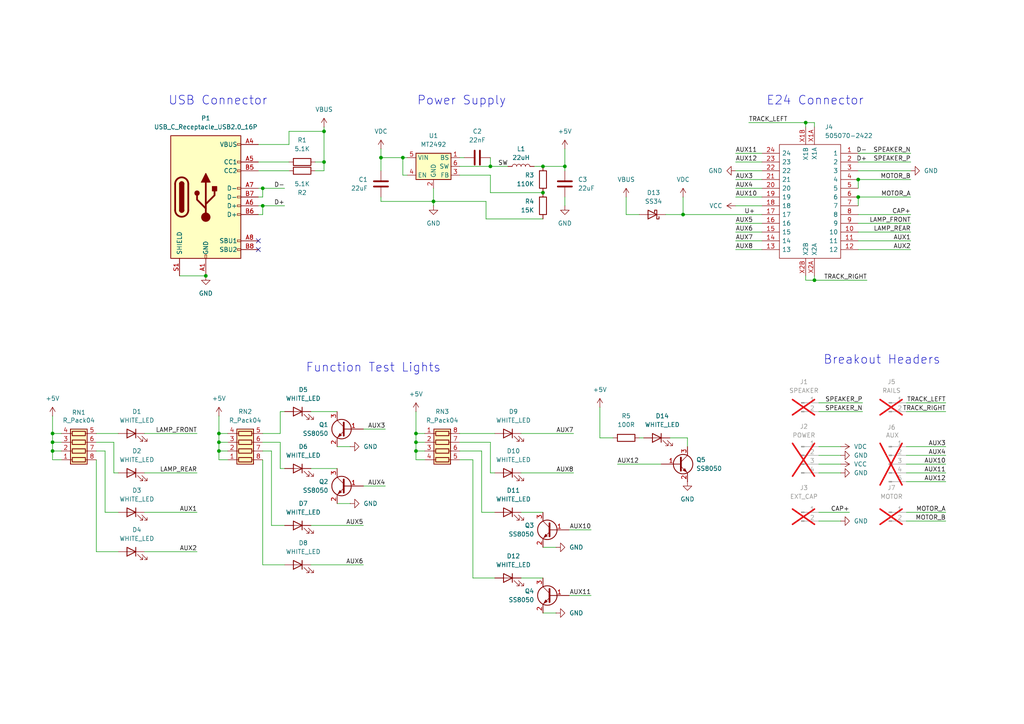
<source format=kicad_sch>
(kicad_sch (version 20250114) (generator "eeschema") (generator_version "9.0")
  (paper "A4")
  (title_block (date "2025-06-18") (rev "v0.3.2"))
  (lib_symbols
    (symbol "rp24-usb-tester:+5V" (power) (pin_numbers (hide yes)) (pin_names (offset 0) (hide yes))
      (property "Value" "+5V" (at 0 3.556 0))
      (symbol "+5V_0_1"
        (polyline (pts (xy -0.762 1.27) (xy 0 2.54)))
        (polyline (pts (xy 0 2.54) (xy 0.762 1.27)))
        (polyline (pts (xy 0 0) (xy 0 2.54)))
      )
      (symbol "+5V_1_1"
        (pin power_in line (at 0 0 90) (length 0) (name "~") (number "1"))
      )
    )
    (symbol "rp24-usb-tester:505070-2422" (pin_names (offset 0.762))
      (property "Reference" "J" (at 39.37 12.7 0))
      (property "Value" "505070-2422" (at 39.37 10.16 0))
      (symbol "505070-2422_0_1"
        (polyline (pts (xy 5.08 7.62) (xy 38.1 7.62) (xy 38.1 -10.16) (xy 5.08 -10.16) (xy 5.08 7.62)) (stroke (width 0.1524)))
      )
      (symbol "505070-2422_1_0"
        (pin passive line (at 0 0 0) (length 5.08) (name "X1A") (number "X1A"))
        (pin passive line (at 0 -2.54 0) (length 5.08) (name "X1B") (number "X1B"))
        (pin passive line (at 7.62 12.7 270) (length 5.08) (name "1") (number "1"))
        (pin passive line (at 7.62 -15.24 90) (length 5.08) (name "24") (number "24"))
        (pin passive line (at 10.16 12.7 270) (length 5.08) (name "2") (number "2"))
        (pin passive line (at 10.16 -15.24 90) (length 5.08) (name "23") (number "23"))
        (pin passive line (at 12.7 12.7 270) (length 5.08) (name "3") (number "3"))
        (pin passive line (at 12.7 -15.24 90) (length 5.08) (name "22") (number "22"))
        (pin passive line (at 15.24 12.7 270) (length 5.08) (name "4") (number "4"))
        (pin passive line (at 15.24 -15.24 90) (length 5.08) (name "21") (number "21"))
        (pin passive line (at 17.78 12.7 270) (length 5.08) (name "5") (number "5"))
        (pin passive line (at 17.78 -15.24 90) (length 5.08) (name "20") (number "20"))
        (pin passive line (at 20.32 12.7 270) (length 5.08) (name "6") (number "6"))
        (pin passive line (at 20.32 -15.24 90) (length 5.08) (name "19") (number "19"))
        (pin passive line (at 22.86 12.7 270) (length 5.08) (name "7") (number "7"))
        (pin passive line (at 22.86 -15.24 90) (length 5.08) (name "18") (number "18"))
        (pin passive line (at 25.4 12.7 270) (length 5.08) (name "8") (number "8"))
        (pin passive line (at 25.4 -15.24 90) (length 5.08) (name "17") (number "17"))
        (pin passive line (at 27.94 12.7 270) (length 5.08) (name "9") (number "9"))
        (pin passive line (at 27.94 -15.24 90) (length 5.08) (name "16") (number "16"))
        (pin passive line (at 30.48 12.7 270) (length 5.08) (name "10") (number "10"))
        (pin passive line (at 30.48 -15.24 90) (length 5.08) (name "15") (number "15"))
        (pin passive line (at 33.02 12.7 270) (length 5.08) (name "11") (number "11"))
        (pin passive line (at 33.02 -15.24 90) (length 5.08) (name "14") (number "14"))
        (pin passive line (at 35.56 12.7 270) (length 5.08) (name "12") (number "12"))
        (pin passive line (at 35.56 -15.24 90) (length 5.08) (name "13") (number "13"))
        (pin passive line (at 43.18 0 180) (length 5.08) (name "X2A") (number "X2A"))
        (pin passive line (at 43.18 -2.54 180) (length 5.08) (name "X2B") (number "X2B"))
      )
    )
    (symbol "rp24-usb-tester:C" (pin_numbers (hide yes)) (pin_names (offset 0.254))
      (property "Reference" "C" (at 0.635 2.54 0))
      (property "Value" "C" (at 0.635 -2.54 0))
      (symbol "C_0_1"
        (polyline (pts (xy -2.032 0.762) (xy 2.032 0.762)) (stroke (width 0.508)))
        (polyline (pts (xy -2.032 -0.762) (xy 2.032 -0.762)) (stroke (width 0.508)))
      )
      (symbol "C_1_1"
        (pin passive line (at 0 3.81 270) (length 2.794) (name "~") (number "1"))
        (pin passive line (at 0 -3.81 90) (length 2.794) (name "~") (number "2"))
      )
    )
    (symbol "rp24-usb-tester:Conn_01x02_Pin" (pin_names (offset 1.016) (hide yes))
      (property "Reference" "J" (at 0 2.54 0))
      (property "Value" "Conn_01x02_Pin" (at 0 -5.08 0))
      (symbol "Conn_01x02_Pin_1_1"
        (rectangle (start 0.8636 0.127) (end 0 -0.127) (stroke (width 0.1524)) (fill (type outline)))
        (rectangle (start 0.8636 -2.413) (end 0 -2.667) (stroke (width 0.1524)) (fill (type outline)))
        (polyline (pts (xy 1.27 0) (xy 0.8636 0)) (stroke (width 0.1524)))
        (polyline (pts (xy 1.27 -2.54) (xy 0.8636 -2.54)) (stroke (width 0.1524)))
        (pin passive line (at 5.08 0 180) (length 3.81) (name "Pin_1") (number "1"))
        (pin passive line (at 5.08 -2.54 180) (length 3.81) (name "Pin_2") (number "2"))
      )
    )
    (symbol "rp24-usb-tester:Conn_01x04_Pin" (pin_names (offset 1.016) (hide yes))
      (property "Reference" "J" (at 0 5.08 0))
      (property "Value" "Conn_01x04_Pin" (at 0 -7.62 0))
      (symbol "Conn_01x04_Pin_1_1"
        (rectangle (start 0.8636 2.667) (end 0 2.413) (stroke (width 0.1524)) (fill (type outline)))
        (rectangle (start 0.8636 0.127) (end 0 -0.127) (stroke (width 0.1524)) (fill (type outline)))
        (rectangle (start 0.8636 -2.413) (end 0 -2.667) (stroke (width 0.1524)) (fill (type outline)))
        (rectangle (start 0.8636 -4.953) (end 0 -5.207) (stroke (width 0.1524)) (fill (type outline)))
        (polyline (pts (xy 1.27 2.54) (xy 0.8636 2.54)) (stroke (width 0.1524)))
        (polyline (pts (xy 1.27 0) (xy 0.8636 0)) (stroke (width 0.1524)))
        (polyline (pts (xy 1.27 -2.54) (xy 0.8636 -2.54)) (stroke (width 0.1524)))
        (polyline (pts (xy 1.27 -5.08) (xy 0.8636 -5.08)) (stroke (width 0.1524)))
        (pin passive line (at 5.08 2.54 180) (length 3.81) (name "Pin_1") (number "1"))
        (pin passive line (at 5.08 0 180) (length 3.81) (name "Pin_2") (number "2"))
        (pin passive line (at 5.08 -2.54 180) (length 3.81) (name "Pin_3") (number "3"))
        (pin passive line (at 5.08 -5.08 180) (length 3.81) (name "Pin_4") (number "4"))
      )
    )
    (symbol "rp24-usb-tester:Conn_01x05_Pin" (pin_names (offset 1.016) (hide yes))
      (property "Reference" "J" (at 0 7.62 0))
      (property "Value" "Conn_01x05_Pin" (at 0 -7.62 0))
      (symbol "Conn_01x05_Pin_1_1"
        (rectangle (start 0.8636 5.207) (end 0 4.953) (stroke (width 0.1524)) (fill (type outline)))
        (rectangle (start 0.8636 2.667) (end 0 2.413) (stroke (width 0.1524)) (fill (type outline)))
        (rectangle (start 0.8636 0.127) (end 0 -0.127) (stroke (width 0.1524)) (fill (type outline)))
        (rectangle (start 0.8636 -2.413) (end 0 -2.667) (stroke (width 0.1524)) (fill (type outline)))
        (rectangle (start 0.8636 -4.953) (end 0 -5.207) (stroke (width 0.1524)) (fill (type outline)))
        (polyline (pts (xy 1.27 5.08) (xy 0.8636 5.08)) (stroke (width 0.1524)))
        (polyline (pts (xy 1.27 2.54) (xy 0.8636 2.54)) (stroke (width 0.1524)))
        (polyline (pts (xy 1.27 0) (xy 0.8636 0)) (stroke (width 0.1524)))
        (polyline (pts (xy 1.27 -2.54) (xy 0.8636 -2.54)) (stroke (width 0.1524)))
        (polyline (pts (xy 1.27 -5.08) (xy 0.8636 -5.08)) (stroke (width 0.1524)))
        (pin passive line (at 5.08 5.08 180) (length 3.81) (name "Pin_1") (number "1"))
        (pin passive line (at 5.08 2.54 180) (length 3.81) (name "Pin_2") (number "2"))
        (pin passive line (at 5.08 0 180) (length 3.81) (name "Pin_3") (number "3"))
        (pin passive line (at 5.08 -2.54 180) (length 3.81) (name "Pin_4") (number "4"))
        (pin passive line (at 5.08 -5.08 180) (length 3.81) (name "Pin_5") (number "5"))
      )
    )
    (symbol "rp24-usb-tester:GND" (power) (pin_numbers (hide yes)) (pin_names (offset 0) (hide yes))
      (property "Value" "GND" (at 0 -3.81 0))
      (symbol "GND_0_1"
        (polyline (pts (xy 0 0) (xy 0 -1.27) (xy 1.27 -1.27) (xy 0 -2.54) (xy -1.27 -1.27) (xy 0 -1.27)))
      )
      (symbol "GND_1_1"
        (pin power_in line (at 0 0 270) (length 0) (name "~") (number "1"))
      )
    )
    (symbol "rp24-usb-tester:L" (pin_numbers (hide yes)) (pin_names (offset 1.016) (hide yes))
      (property "Reference" "L" (at -1.27 0 90))
      (property "Value" "L" (at 1.905 0 90))
      (symbol "L_0_1"
        (arc (start 0 2.54) (mid 0.6323 1.905) (end 0 1.27))
        (arc (start 0 1.27) (mid 0.6323 0.635) (end 0 0))
        (arc (start 0 0) (mid 0.6323 -0.635) (end 0 -1.27))
        (arc (start 0 -1.27) (mid 0.6323 -1.905) (end 0 -2.54))
      )
      (symbol "L_1_1"
        (pin passive line (at 0 3.81 270) (length 1.27) (name "1") (number "1"))
        (pin passive line (at 0 -3.81 90) (length 1.27) (name "2") (number "2"))
      )
    )
    (symbol "rp24-usb-tester:LED" (pin_numbers (hide yes)) (pin_names (offset 1.016) (hide yes))
      (property "Reference" "D" (at 0 2.54 0))
      (property "Value" "LED" (at 0 -2.54 0))
      (symbol "LED_0_1"
        (polyline (pts (xy -3.048 -0.762) (xy -4.572 -2.286) (xy -3.81 -2.286) (xy -4.572 -2.286) (xy -4.572 -1.524)))
        (polyline (pts (xy -1.778 -0.762) (xy -3.302 -2.286) (xy -2.54 -2.286) (xy -3.302 -2.286) (xy -3.302 -1.524)))
        (polyline (pts (xy -1.27 0) (xy 1.27 0)))
        (polyline (pts (xy -1.27 -1.27) (xy -1.27 1.27)) (stroke (width 0.254)))
        (polyline (pts (xy 1.27 -1.27) (xy 1.27 1.27) (xy -1.27 0) (xy 1.27 -1.27)) (stroke (width 0.254)))
      )
      (symbol "LED_1_1"
        (pin passive line (at -3.81 0 0) (length 2.54) (name "K") (number "1"))
        (pin passive line (at 3.81 0 180) (length 2.54) (name "A") (number "2"))
      )
    )
    (symbol "rp24-usb-tester:MT2492"
      (property "Reference" "U" (at -5.334 5.08 0))
      (property "Value" "MT2492" (at -2.032 5.08 0))
      (symbol "MT2492_0_1"
        (rectangle (start -5.08 3.81) (end 5.08 -3.81) (stroke (width 0.254)) (fill (type background)))
      )
      (symbol "MT2492_1_1"
        (pin power_in line (at -7.62 2.54 0) (length 2.54) (name "VIN") (number "5"))
        (pin input line (at -7.62 -2.54 0) (length 2.54) (name "EN") (number "4"))
        (pin power_in line (at 0 -6.35 90) (length 2.54) (name "GND") (number "2"))
        (pin input line (at 7.62 2.54 180) (length 2.54) (name "BS") (number "1"))
        (pin output line (at 7.62 0 180) (length 2.54) (name "SW") (number "6"))
        (pin input line (at 7.62 -2.54 180) (length 2.54) (name "FB") (number "3"))
      )
    )
    (symbol "rp24-usb-tester:R" (pin_numbers (hide yes)) (pin_names (offset 0))
      (property "Reference" "R" (at 2.032 0 90))
      (property "Value" "R" (at 0 0 90))
      (symbol "R_0_1"
        (rectangle (start -1.016 -2.54) (end 1.016 2.54) (stroke (width 0.254)))
      )
      (symbol "R_1_1"
        (pin passive line (at 0 3.81 270) (length 1.27) (name "~") (number "1"))
        (pin passive line (at 0 -3.81 90) (length 1.27) (name "~") (number "2"))
      )
    )
    (symbol "rp24-usb-tester:R_Pack04" (pin_names (offset 0) (hide yes))
      (property "Reference" "RN" (at -7.62 0 90))
      (property "Value" "R_Pack04" (at 5.08 0 90))
      (symbol "R_Pack04_0_1"
        (rectangle (start -6.35 -2.413) (end 3.81 2.413) (stroke (width 0.254)) (fill (type background)))
        (rectangle (start -5.715 1.905) (end -4.445 -1.905) (stroke (width 0.254)))
        (polyline (pts (xy -5.08 1.905) (xy -5.08 2.54)))
        (polyline (pts (xy -5.08 -2.54) (xy -5.08 -1.905)))
        (rectangle (start -3.175 1.905) (end -1.905 -1.905) (stroke (width 0.254)))
        (polyline (pts (xy -2.54 1.905) (xy -2.54 2.54)))
        (polyline (pts (xy -2.54 -2.54) (xy -2.54 -1.905)))
        (rectangle (start -0.635 1.905) (end 0.635 -1.905) (stroke (width 0.254)))
        (polyline (pts (xy 0 1.905) (xy 0 2.54)))
        (polyline (pts (xy 0 -2.54) (xy 0 -1.905)))
        (rectangle (start 1.905 1.905) (end 3.175 -1.905) (stroke (width 0.254)))
        (polyline (pts (xy 2.54 1.905) (xy 2.54 2.54)))
        (polyline (pts (xy 2.54 -2.54) (xy 2.54 -1.905)))
      )
      (symbol "R_Pack04_1_1"
        (pin passive line (at -5.08 5.08 270) (length 2.54) (name "R1.2") (number "8"))
        (pin passive line (at -5.08 -5.08 90) (length 2.54) (name "R1.1") (number "1"))
        (pin passive line (at -2.54 5.08 270) (length 2.54) (name "R2.2") (number "7"))
        (pin passive line (at -2.54 -5.08 90) (length 2.54) (name "R2.1") (number "2"))
        (pin passive line (at 0 5.08 270) (length 2.54) (name "R3.2") (number "6"))
        (pin passive line (at 0 -5.08 90) (length 2.54) (name "R3.1") (number "3"))
        (pin passive line (at 2.54 5.08 270) (length 2.54) (name "R4.2") (number "5"))
        (pin passive line (at 2.54 -5.08 90) (length 2.54) (name "R4.1") (number "4"))
      )
    )
    (symbol "rp24-usb-tester:SS34" (pin_numbers (hide yes)) (pin_names (offset 1.016) (hide yes))
      (property "Reference" "D" (at 0 2.54 0))
      (property "Value" "SS34" (at 0 -2.54 0))
      (symbol "SS34_0_1"
        (polyline (pts (xy -1.905 0.635) (xy -1.905 1.27) (xy -1.27 1.27) (xy -1.27 -1.27) (xy -0.635 -1.27) (xy -0.635 -0.635)) (stroke (width 0.254)))
        (polyline (pts (xy 1.27 1.27) (xy 1.27 -1.27) (xy -1.27 0) (xy 1.27 1.27)) (stroke (width 0.254)))
        (polyline (pts (xy 1.27 0) (xy -1.27 0)))
      )
      (symbol "SS34_1_1"
        (pin passive line (at -3.81 0 0) (length 2.54) (name "K") (number "1"))
        (pin passive line (at 3.81 0 180) (length 2.54) (name "A") (number "2"))
      )
    )
    (symbol "rp24-usb-tester:SS8050" (pin_names (offset 0) (hide yes))
      (property "Reference" "Q" (at 5.08 1.905 0))
      (property "Value" "SS8050" (at 5.08 0 0))
      (symbol "SS8050_0_1"
        (polyline (pts (xy 0.635 1.905) (xy 0.635 -1.905) (xy 0.635 -1.905)) (stroke (width 0.508)))
        (polyline (pts (xy 0.635 0.635) (xy 2.54 2.54)))
        (polyline (pts (xy 0.635 -0.635) (xy 2.54 -2.54) (xy 2.54 -2.54)))
        (circle (center 1.27 0) (radius 2.8194) (stroke (width 0.254)))
        (polyline (pts (xy 1.27 -1.778) (xy 1.778 -1.27) (xy 2.286 -2.286) (xy 1.27 -1.778) (xy 1.27 -1.778)) (fill (type outline)))
      )
      (symbol "SS8050_1_1"
        (pin input line (at -5.08 0 0) (length 5.715) (name "B") (number "1"))
        (pin passive line (at 2.54 5.08 270) (length 2.54) (name "C") (number "3"))
        (pin passive line (at 2.54 -5.08 90) (length 2.54) (name "E") (number "2"))
      )
    )
    (symbol "rp24-usb-tester:USB_C_Receptacle_USB2.0_16P" (pin_names (offset 1.016))
      (property "Reference" "J" (at 0 22.225 0))
      (property "Value" "USB_C_Receptacle_USB2.0_16P" (at 0 19.685 0))
      (symbol "USB_C_Receptacle_USB2.0_16P_0_0"
        (rectangle (start -0.254 -17.78) (end 0.254 -16.764))
        (rectangle (start 10.16 15.494) (end 9.144 14.986))
        (rectangle (start 10.16 10.414) (end 9.144 9.906))
        (rectangle (start 10.16 7.874) (end 9.144 7.366))
        (rectangle (start 10.16 2.794) (end 9.144 2.286))
        (rectangle (start 10.16 0.254) (end 9.144 -0.254))
        (rectangle (start 10.16 -2.286) (end 9.144 -2.794))
        (rectangle (start 10.16 -4.826) (end 9.144 -5.334))
        (rectangle (start 10.16 -12.446) (end 9.144 -12.954))
        (rectangle (start 10.16 -14.986) (end 9.144 -15.494))
      )
      (symbol "USB_C_Receptacle_USB2.0_16P_0_1"
        (rectangle (start -10.16 17.78) (end 10.16 -17.78) (stroke (width 0.254)) (fill (type background)))
        (polyline (pts (xy -8.89 -3.81) (xy -8.89 3.81)) (stroke (width 0.508)))
        (rectangle (start -7.62 -3.81) (end -6.35 3.81) (stroke (width 0.254)) (fill (type outline)))
        (arc (start -7.62 3.81) (mid -6.985 4.4423) (end -6.35 3.81) (stroke (width 0.254)))
        (arc (start -7.62 3.81) (mid -6.985 4.4423) (end -6.35 3.81) (stroke (width 0.254)) (fill (type outline)))
        (arc (start -8.89 3.81) (mid -6.985 5.7067) (end -5.08 3.81) (stroke (width 0.508)))
        (arc (start -5.08 -3.81) (mid -6.985 -5.7067) (end -8.89 -3.81) (stroke (width 0.508)))
        (arc (start -6.35 -3.81) (mid -6.985 -4.4423) (end -7.62 -3.81) (stroke (width 0.254)))
        (arc (start -6.35 -3.81) (mid -6.985 -4.4423) (end -7.62 -3.81) (stroke (width 0.254)) (fill (type outline)))
        (polyline (pts (xy -5.08 3.81) (xy -5.08 -3.81)) (stroke (width 0.508)))
        (circle (center -2.54 1.143) (radius 0.635) (stroke (width 0.254)) (fill (type outline)))
        (polyline (pts (xy -1.27 4.318) (xy 0 6.858) (xy 1.27 4.318) (xy -1.27 4.318)) (stroke (width 0.254)) (fill (type outline)))
        (polyline (pts (xy 0 -2.032) (xy 2.54 0.508) (xy 2.54 1.778)) (stroke (width 0.508)))
        (polyline (pts (xy 0 -3.302) (xy -2.54 -0.762) (xy -2.54 0.508)) (stroke (width 0.508)))
        (polyline (pts (xy 0 -5.842) (xy 0 4.318)) (stroke (width 0.508)))
        (circle (center 0 -5.842) (radius 1.27) (fill (type outline)))
        (rectangle (start 1.905 1.778) (end 3.175 3.048) (stroke (width 0.254)) (fill (type outline)))
      )
      (symbol "USB_C_Receptacle_USB2.0_16P_1_1"
        (pin passive line (at -7.62 -22.86 90) (length 5.08) (name "SHIELD") (number "S1"))
        (pin passive line (at 0 -22.86 90) (length 5.08) (name "GND") (number "A1"))
        (pin passive line (at 0 -22.86 90) (length 5.08) (hide yes) (name "GND") (number "A12"))
        (pin passive line (at 0 -22.86 90) (length 5.08) (hide yes) (name "GND") (number "B1"))
        (pin passive line (at 0 -22.86 90) (length 5.08) (hide yes) (name "GND") (number "B12"))
        (pin passive line (at 15.24 15.24 180) (length 5.08) (name "VBUS") (number "A4"))
        (pin passive line (at 15.24 15.24 180) (length 5.08) (hide yes) (name "VBUS") (number "A9"))
        (pin passive line (at 15.24 15.24 180) (length 5.08) (hide yes) (name "VBUS") (number "B4"))
        (pin passive line (at 15.24 15.24 180) (length 5.08) (hide yes) (name "VBUS") (number "B9"))
        (pin bidirectional line (at 15.24 10.16 180) (length 5.08) (name "CC1") (number "A5"))
        (pin bidirectional line (at 15.24 7.62 180) (length 5.08) (name "CC2") (number "B5"))
        (pin bidirectional line (at 15.24 2.54 180) (length 5.08) (name "D-") (number "A7"))
        (pin bidirectional line (at 15.24 0 180) (length 5.08) (name "D-") (number "B7"))
        (pin bidirectional line (at 15.24 -2.54 180) (length 5.08) (name "D+") (number "A6"))
        (pin bidirectional line (at 15.24 -5.08 180) (length 5.08) (name "D+") (number "B6"))
        (pin bidirectional line (at 15.24 -12.7 180) (length 5.08) (name "SBU1") (number "A8"))
        (pin bidirectional line (at 15.24 -15.24 180) (length 5.08) (name "SBU2") (number "B8"))
      )
    )
    (symbol "rp24-usb-tester:VBUS" (power) (pin_numbers (hide yes)) (pin_names (offset 0) (hide yes))
      (property "Value" "VBUS" (at 0 3.556 0))
      (symbol "VBUS_0_1"
        (polyline (pts (xy -0.762 1.27) (xy 0 2.54)))
        (polyline (pts (xy 0 2.54) (xy 0.762 1.27)))
        (polyline (pts (xy 0 0) (xy 0 2.54)))
      )
      (symbol "VBUS_1_1"
        (pin power_in line (at 0 0 90) (length 0) (name "~") (number "1"))
      )
    )
    (symbol "rp24-usb-tester:VCC" (power) (pin_numbers (hide yes)) (pin_names (offset 0) (hide yes))
      (property "Value" "VCC" (at 0 3.556 0))
      (symbol "VCC_0_1"
        (polyline (pts (xy -0.762 1.27) (xy 0 2.54)))
        (polyline (pts (xy 0 2.54) (xy 0.762 1.27)))
        (polyline (pts (xy 0 0) (xy 0 2.54)))
      )
      (symbol "VCC_1_1"
        (pin power_in line (at 0 0 90) (length 0) (name "~") (number "1"))
      )
    )
    (symbol "rp24-usb-tester:VDC" (power) (pin_numbers (hide yes)) (pin_names (offset 0) (hide yes))
      (property "Value" "VDC" (at 0 3.556 0))
      (symbol "VDC_0_1"
        (polyline (pts (xy -0.762 1.27) (xy 0 2.54)))
        (polyline (pts (xy 0 2.54) (xy 0.762 1.27)))
        (polyline (pts (xy 0 0) (xy 0 2.54)))
      )
      (symbol "VDC_1_1"
        (pin power_in line (at 0 0 90) (length 0) (name "~") (number "1"))
      )
    )
  )
  (text "Function Test Lights" (at 88.646 108.204 0) (effects (font (size 2.54 2.54)) (justify left bottom)))
  (text "Breakout Headers" (at 238.76 105.918 0) (effects (font (size 2.54 2.54)) (justify left bottom)))
  (text "E24 Connector" (at 222.25 30.734 0) (effects (font (size 2.54 2.54)) (justify left bottom)))
  (text "Power Supply" (at 120.904 30.734 0) (effects (font (size 2.54 2.54)) (justify left bottom)))
  (text "USB Connector" (at 48.768 30.734 0) (effects (font (size 2.54 2.54)) (justify left bottom)))
  (junction (at 15.24 130.81))
  (junction (at 236.22 81.28))
  (junction (at 15.24 128.27))
  (junction (at 233.68 35.56))
  (junction (at 248.92 52.07))
  (junction (at 248.92 57.15))
  (junction (at 142.24 48.26))
  (junction (at 93.98 46.99))
  (junction (at 157.48 48.26))
  (junction (at 76.2 54.61))
  (junction (at 63.5 128.27))
  (junction (at 63.5 125.73))
  (junction (at 93.98 38.1))
  (junction (at 120.65 125.73))
  (junction (at 120.65 130.81))
  (junction (at 59.69 80.01))
  (junction (at 110.49 45.72))
  (junction (at 116.84 45.72))
  (junction (at 198.12 62.23))
  (junction (at 120.65 128.27))
  (junction (at 15.24 125.73))
  (junction (at 157.48 55.88))
  (junction (at 125.73 58.42))
  (junction (at 63.5 130.81))
  (junction (at 76.2 59.69))
  (junction (at 163.83 48.26))
  (no_connect (at 74.93 72.39))
  (no_connect (at 74.93 69.85))
  (wire (pts (xy 83.82 38.1) (xy 93.98 38.1)))
  (wire (pts (xy 81.28 119.38) (xy 81.28 125.73)))
  (wire (pts (xy 213.36 67.31) (xy 220.98 67.31)))
  (wire (pts (xy 264.16 67.31) (xy 248.92 67.31)))
  (wire (pts (xy 90.17 119.38) (xy 97.79 119.38)))
  (wire (pts (xy 15.24 130.81) (xy 15.24 133.35)))
  (wire (pts (xy 165.1 172.72) (xy 171.45 172.72)))
  (wire (pts (xy 233.68 36.83) (xy 233.68 35.56)))
  (wire (pts (xy 110.49 45.72) (xy 110.49 43.18)))
  (wire (pts (xy 264.16 64.77) (xy 248.92 64.77)))
  (wire (pts (xy 140.97 63.5) (xy 157.48 63.5)))
  (wire (pts (xy 262.89 151.13) (xy 274.32 151.13)))
  (wire (pts (xy 63.5 120.65) (xy 63.5 125.73)))
  (wire (pts (xy 41.91 137.16) (xy 57.15 137.16)))
  (wire (pts (xy 133.35 50.8) (xy 142.24 50.8)))
  (wire (pts (xy 30.48 130.81) (xy 30.48 148.59)))
  (wire (pts (xy 173.99 127) (xy 177.8 127)))
  (wire (pts (xy 213.36 59.69) (xy 220.98 59.69)))
  (wire (pts (xy 262.89 139.7) (xy 274.32 139.7)))
  (wire (pts (xy 101.6 146.05) (xy 97.79 146.05)))
  (wire (pts (xy 233.68 80.01) (xy 233.68 81.28)))
  (wire (pts (xy 78.74 130.81) (xy 78.74 152.4)))
  (wire (pts (xy 142.24 128.27) (xy 142.24 137.16)))
  (wire (pts (xy 213.36 46.99) (xy 220.98 46.99)))
  (wire (pts (xy 76.2 57.15) (xy 76.2 54.61)))
  (wire (pts (xy 81.28 128.27) (xy 81.28 135.89)))
  (wire (pts (xy 213.36 64.77) (xy 220.98 64.77)))
  (wire (pts (xy 17.78 128.27) (xy 15.24 128.27)))
  (wire (pts (xy 264.16 49.53) (xy 248.92 49.53)))
  (wire (pts (xy 74.93 57.15) (xy 76.2 57.15)))
  (wire (pts (xy 76.2 133.35) (xy 76.2 163.83)))
  (wire (pts (xy 262.89 132.08) (xy 274.32 132.08)))
  (wire (pts (xy 27.94 125.73) (xy 34.29 125.73)))
  (wire (pts (xy 213.36 52.07) (xy 220.98 52.07)))
  (wire (pts (xy 91.44 49.53) (xy 93.98 49.53)))
  (wire (pts (xy 33.02 137.16) (xy 34.29 137.16)))
  (wire (pts (xy 123.19 133.35) (xy 120.65 133.35)))
  (wire (pts (xy 74.93 49.53) (xy 83.82 49.53)))
  (wire (pts (xy 90.17 152.4) (xy 105.41 152.4)))
  (wire (pts (xy 134.62 45.72) (xy 133.35 45.72)))
  (wire (pts (xy 236.22 36.83) (xy 236.22 35.56)))
  (wire (pts (xy 181.61 62.23) (xy 185.42 62.23)))
  (wire (pts (xy 248.92 52.07) (xy 264.16 52.07)))
  (wire (pts (xy 105.41 124.46) (xy 111.76 124.46)))
  (wire (pts (xy 233.68 35.56) (xy 236.22 35.56)))
  (wire (pts (xy 15.24 128.27) (xy 15.24 125.73)))
  (wire (pts (xy 63.5 128.27) (xy 63.5 125.73)))
  (wire (pts (xy 116.84 45.72) (xy 116.84 50.8)))
  (wire (pts (xy 213.36 54.61) (xy 220.98 54.61)))
  (wire (pts (xy 213.36 57.15) (xy 220.98 57.15)))
  (wire (pts (xy 140.97 58.42) (xy 140.97 63.5)))
  (wire (pts (xy 213.36 49.53) (xy 220.98 49.53)))
  (wire (pts (xy 161.29 158.75) (xy 157.48 158.75)))
  (wire (pts (xy 116.84 50.8) (xy 118.11 50.8)))
  (wire (pts (xy 81.28 125.73) (xy 76.2 125.73)))
  (wire (pts (xy 199.39 127) (xy 194.31 127)))
  (wire (pts (xy 142.24 50.8) (xy 142.24 55.88)))
  (wire (pts (xy 15.24 128.27) (xy 15.24 130.81)))
  (wire (pts (xy 93.98 49.53) (xy 93.98 46.99)))
  (wire (pts (xy 157.48 48.26) (xy 163.83 48.26)))
  (wire (pts (xy 199.39 129.54) (xy 199.39 127)))
  (wire (pts (xy 105.41 140.97) (xy 111.76 140.97)))
  (wire (pts (xy 41.91 160.02) (xy 57.15 160.02)))
  (wire (pts (xy 101.6 129.54) (xy 97.79 129.54)))
  (wire (pts (xy 163.83 59.69) (xy 163.83 57.15)))
  (wire (pts (xy 76.2 54.61) (xy 82.55 54.61)))
  (wire (pts (xy 123.19 125.73) (xy 120.65 125.73)))
  (wire (pts (xy 63.5 130.81) (xy 63.5 133.35)))
  (wire (pts (xy 66.04 128.27) (xy 63.5 128.27)))
  (wire (pts (xy 262.89 148.59) (xy 274.32 148.59)))
  (wire (pts (xy 76.2 130.81) (xy 78.74 130.81)))
  (wire (pts (xy 133.35 133.35) (xy 137.16 133.35)))
  (wire (pts (xy 237.49 132.08) (xy 243.84 132.08)))
  (wire (pts (xy 237.49 134.62) (xy 243.84 134.62)))
  (wire (pts (xy 83.82 41.91) (xy 74.93 41.91)))
  (wire (pts (xy 142.24 137.16) (xy 143.51 137.16)))
  (wire (pts (xy 120.65 128.27) (xy 120.65 130.81)))
  (wire (pts (xy 213.36 69.85) (xy 220.98 69.85)))
  (wire (pts (xy 93.98 36.83) (xy 93.98 38.1)))
  (wire (pts (xy 120.65 128.27) (xy 120.65 125.73)))
  (wire (pts (xy 90.17 135.89) (xy 97.79 135.89)))
  (wire (pts (xy 90.17 163.83) (xy 105.41 163.83)))
  (wire (pts (xy 81.28 135.89) (xy 82.55 135.89)))
  (wire (pts (xy 181.61 57.15) (xy 181.61 62.23)))
  (wire (pts (xy 78.74 152.4) (xy 82.55 152.4)))
  (wire (pts (xy 27.94 160.02) (xy 34.29 160.02)))
  (wire (pts (xy 161.29 177.8) (xy 157.48 177.8)))
  (wire (pts (xy 151.13 125.73) (xy 166.37 125.73)))
  (wire (pts (xy 110.49 45.72) (xy 116.84 45.72)))
  (wire (pts (xy 248.92 57.15) (xy 264.16 57.15)))
  (wire (pts (xy 110.49 49.53) (xy 110.49 45.72)))
  (wire (pts (xy 236.22 81.28) (xy 251.46 81.28)))
  (wire (pts (xy 262.89 116.84) (xy 274.32 116.84)))
  (wire (pts (xy 133.35 130.81) (xy 139.7 130.81)))
  (wire (pts (xy 17.78 130.81) (xy 15.24 130.81)))
  (wire (pts (xy 236.22 80.01) (xy 236.22 81.28)))
  (wire (pts (xy 41.91 125.73) (xy 57.15 125.73)))
  (wire (pts (xy 110.49 58.42) (xy 110.49 57.15)))
  (wire (pts (xy 213.36 44.45) (xy 220.98 44.45)))
  (wire (pts (xy 198.12 62.23) (xy 220.98 62.23)))
  (wire (pts (xy 76.2 62.23) (xy 76.2 59.69)))
  (wire (pts (xy 237.49 151.13) (xy 243.84 151.13)))
  (wire (pts (xy 110.49 58.42) (xy 125.73 58.42)))
  (wire (pts (xy 262.89 137.16) (xy 274.32 137.16)))
  (wire (pts (xy 139.7 148.59) (xy 143.51 148.59)))
  (wire (pts (xy 262.89 129.54) (xy 274.32 129.54)))
  (wire (pts (xy 237.49 129.54) (xy 243.84 129.54)))
  (wire (pts (xy 185.42 127) (xy 186.69 127)))
  (wire (pts (xy 237.49 148.59) (xy 246.38 148.59)))
  (wire (pts (xy 123.19 128.27) (xy 120.65 128.27)))
  (wire (pts (xy 163.83 49.53) (xy 163.83 48.26)))
  (wire (pts (xy 237.49 119.38) (xy 250.19 119.38)))
  (wire (pts (xy 63.5 128.27) (xy 63.5 130.81)))
  (wire (pts (xy 217.17 35.56) (xy 233.68 35.56)))
  (wire (pts (xy 52.07 80.01) (xy 59.69 80.01)))
  (wire (pts (xy 262.89 134.62) (xy 274.32 134.62)))
  (wire (pts (xy 157.48 167.64) (xy 151.13 167.64)))
  (wire (pts (xy 125.73 58.42) (xy 140.97 58.42)))
  (wire (pts (xy 151.13 137.16) (xy 166.37 137.16)))
  (wire (pts (xy 163.83 43.18) (xy 163.83 48.26)))
  (wire (pts (xy 165.1 153.67) (xy 171.45 153.67)))
  (wire (pts (xy 264.16 69.85) (xy 248.92 69.85)))
  (wire (pts (xy 139.7 130.81) (xy 139.7 148.59)))
  (wire (pts (xy 30.48 148.59) (xy 34.29 148.59)))
  (wire (pts (xy 133.35 128.27) (xy 142.24 128.27)))
  (wire (pts (xy 198.12 57.15) (xy 198.12 62.23)))
  (wire (pts (xy 173.99 118.11) (xy 173.99 127)))
  (wire (pts (xy 17.78 133.35) (xy 15.24 133.35)))
  (wire (pts (xy 237.49 137.16) (xy 243.84 137.16)))
  (wire (pts (xy 41.91 148.59) (xy 57.15 148.59)))
  (wire (pts (xy 137.16 133.35) (xy 137.16 167.64)))
  (wire (pts (xy 193.04 62.23) (xy 198.12 62.23)))
  (wire (pts (xy 233.68 81.28) (xy 236.22 81.28)))
  (wire (pts (xy 248.92 46.99) (xy 264.16 46.99)))
  (wire (pts (xy 125.73 54.61) (xy 125.73 58.42)))
  (wire (pts (xy 74.93 54.61) (xy 76.2 54.61)))
  (wire (pts (xy 27.94 128.27) (xy 33.02 128.27)))
  (wire (pts (xy 81.28 119.38) (xy 82.55 119.38)))
  (wire (pts (xy 262.89 119.38) (xy 274.32 119.38)))
  (wire (pts (xy 120.65 130.81) (xy 120.65 133.35)))
  (wire (pts (xy 264.16 62.23) (xy 248.92 62.23)))
  (wire (pts (xy 125.73 59.69) (xy 125.73 58.42)))
  (wire (pts (xy 157.48 148.59) (xy 151.13 148.59)))
  (wire (pts (xy 120.65 119.38) (xy 120.65 125.73)))
  (wire (pts (xy 15.24 125.73) (xy 17.78 125.73)))
  (wire (pts (xy 116.84 45.72) (xy 118.11 45.72)))
  (wire (pts (xy 142.24 45.72) (xy 142.24 48.26)))
  (wire (pts (xy 248.92 44.45) (xy 264.16 44.45)))
  (wire (pts (xy 248.92 52.07) (xy 248.92 54.61)))
  (wire (pts (xy 191.77 134.62) (xy 179.07 134.62)))
  (wire (pts (xy 33.02 128.27) (xy 33.02 137.16)))
  (wire (pts (xy 213.36 72.39) (xy 220.98 72.39)))
  (wire (pts (xy 133.35 125.73) (xy 143.51 125.73)))
  (wire (pts (xy 27.94 133.35) (xy 27.94 160.02)))
  (wire (pts (xy 76.2 128.27) (xy 81.28 128.27)))
  (wire (pts (xy 93.98 46.99) (xy 91.44 46.99)))
  (wire (pts (xy 133.35 48.26) (xy 142.24 48.26)))
  (wire (pts (xy 154.94 48.26) (xy 157.48 48.26)))
  (wire (pts (xy 93.98 38.1) (xy 93.98 46.99)))
  (wire (pts (xy 74.93 59.69) (xy 76.2 59.69)))
  (wire (pts (xy 66.04 125.73) (xy 63.5 125.73)))
  (wire (pts (xy 237.49 116.84) (xy 250.19 116.84)))
  (wire (pts (xy 248.92 57.15) (xy 248.92 59.69)))
  (wire (pts (xy 123.19 130.81) (xy 120.65 130.81)))
  (wire (pts (xy 76.2 59.69) (xy 82.55 59.69)))
  (wire (pts (xy 74.93 62.23) (xy 76.2 62.23)))
  (wire (pts (xy 142.24 48.26) (xy 147.32 48.26)))
  (wire (pts (xy 66.04 133.35) (xy 63.5 133.35)))
  (wire (pts (xy 142.24 55.88) (xy 157.48 55.88)))
  (wire (pts (xy 83.82 38.1) (xy 83.82 41.91)))
  (wire (pts (xy 137.16 167.64) (xy 143.51 167.64)))
  (wire (pts (xy 74.93 46.99) (xy 83.82 46.99)))
  (wire (pts (xy 15.24 120.65) (xy 15.24 125.73)))
  (wire (pts (xy 66.04 130.81) (xy 63.5 130.81)))
  (wire (pts (xy 27.94 130.81) (xy 30.48 130.81)))
  (wire (pts (xy 264.16 72.39) (xy 248.92 72.39)))
  (wire (pts (xy 76.2 163.83) (xy 82.55 163.83)))
  (label "TRACK_LEFT" (at 274.32 116.84 180))
  (label "U+" (at 215.9 62.23 0))
  (label "MOTOR_B" (at 264.16 52.07 180))
  (label "TRACK_RIGHT" (at 251.46 81.28 180))
  (label "D+" (at 82.55 59.69 180))
  (label "AUX1" (at 57.15 148.59 180))
  (label "AUX4" (at 111.76 140.97 180))
  (label "AUX5" (at 213.36 64.77 0))
  (label "AUX4" (at 274.32 132.08 180))
  (label "AUX11" (at 213.36 44.45 0))
  (label "MOTOR_B" (at 274.32 151.13 180))
  (label "AUX5" (at 105.41 152.4 180))
  (label "LAMP_REAR" (at 264.16 67.31 180))
  (label "AUX7" (at 213.36 69.85 0))
  (label "CAP+" (at 264.16 62.23 180))
  (label "SPEAKER_N" (at 250.19 119.38 180))
  (label "AUX3" (at 274.32 129.54 180))
  (label "SW" (at 147.32 48.26 180))
  (label "AUX12" (at 179.07 134.62 0))
  (label "AUX8" (at 213.36 72.39 0))
  (label "D+" (at 251.46 46.99 180))
  (label "LAMP_FRONT" (at 57.15 125.73 180))
  (label "AUX11" (at 274.32 137.16 180))
  (label "AUX1" (at 264.16 69.85 180))
  (label "AUX8" (at 166.37 137.16 180))
  (label "AUX6" (at 105.41 163.83 180))
  (label "AUX11" (at 171.45 172.72 180))
  (label "MOTOR_A" (at 274.32 148.59 180))
  (label "D-" (at 251.46 44.45 180))
  (label "SPEAKER_N" (at 264.16 44.45 180))
  (label "AUX10" (at 171.45 153.67 180))
  (label "D-" (at 82.55 54.61 180))
  (label "AUX6" (at 213.36 67.31 0))
  (label "LAMP_REAR" (at 57.15 137.16 180))
  (label "AUX10" (at 274.32 134.62 180))
  (label "TRACK_LEFT" (at 217.17 35.56 0))
  (label "AUX10" (at 213.36 57.15 0))
  (label "SPEAKER_P" (at 264.16 46.99 180))
  (label "CAP+" (at 246.38 148.59 180))
  (label "AUX7" (at 166.37 125.73 180))
  (label "AUX2" (at 264.16 72.39 180))
  (label "AUX4" (at 213.36 54.61 0))
  (label "AUX2" (at 57.15 160.02 180))
  (label "AUX12" (at 213.36 46.99 0))
  (label "TRACK_RIGHT" (at 274.32 119.38 180))
  (label "AUX3" (at 213.36 52.07 0))
  (label "SPEAKER_P" (at 250.19 116.84 180))
  (label "MOTOR_A" (at 264.16 57.15 180))
  (label "AUX3" (at 111.76 124.46 180))
  (label "LAMP_FRONT" (at 264.16 64.77 180))
  (label "AUX12" (at 274.32 139.7 180))
  (symbol (lib_id "rp24-usb-tester:GND") (at 101.6 129.54 90) (unit 1)
    (property "Reference" "#PWR05" (effects (hide yes)))
    (property "Value" "GND" (at 105.41 129.5399 90) (effects (justify right)))
    (property "Description" "Power symbol creates a global label with name \"GND\" , ground" (effects (hide yes)))
  )
  (symbol (lib_id "rp24-usb-tester:VDC") (at 243.84 129.54 270) (unit 1)
    (property "Reference" "#PWR020" (effects (hide yes)))
    (property "Value" "VDC" (at 247.65 129.5399 90) (effects (justify left)))
    (property "Description" "Power symbol creates a global label with name \"VDC\"" (effects (hide yes)))
  )
  (symbol (lib_id "rp24-usb-tester:C") (at 110.49 53.34 0) (mirror y) (unit 1)
    (property "Reference" "C1" (at 106.68 52.0699 0) (effects (justify left)))
    (property "Value" "22uF" (at 106.68 54.6099 0) (effects (justify left)))
    (property "Footprint" "Capacitor_SMD:C_0805_2012Metric" (effects (hide yes)))
    (property "Description" "Unpolarized capacitor" (effects (hide yes)))
    (property "LCSC" "C45783" (effects (hide yes)))
  )
  (symbol (lib_id "rp24-usb-tester:SS34") (at 189.23 62.23 180) (unit 1)
    (property "Reference" "D13" (at 189.5475 55.88 0))
    (property "Value" "SS34" (at 189.5475 58.42 0))
    (property "Footprint" "Diode_SMD:D_SMA" (effects (hide yes)))
    (property "Datasheet" "https://www.vishay.com/docs/88751/ss32.pdf" (effects (hide yes)))
    (property "Description" "40V 3A Schottky Diode, SMA" (effects (hide yes)))
    (property "LCSC" "C8678" (effects (hide yes)))
  )
  (symbol (lib_id "rp24-usb-tester:GND") (at 199.39 139.7 0) (unit 1)
    (property "Reference" "#PWR017" (effects (hide yes)))
    (property "Value" "GND" (at 199.39 144.78 0))
    (property "Description" "Power symbol creates a global label with name \"GND\" , ground" (effects (hide yes)))
  )
  (symbol (lib_id "rp24-usb-tester:R") (at 157.48 59.69 0) (mirror y) (unit 1)
    (property "Reference" "R4" (at 154.94 58.4199 0) (effects (justify left)))
    (property "Value" "15K" (at 154.94 60.9599 0) (effects (justify left)))
    (property "Footprint" "Resistor_SMD:R_0603_1608Metric" (effects (hide yes)))
    (property "Description" "Resistor" (effects (hide yes)))
    (property "LCSC" "C22809" (effects (hide yes)))
  )
  (symbol (lib_id "rp24-usb-tester:VBUS") (at 181.61 57.15 0) (unit 1)
    (property "Reference" "#PWR015" (effects (hide yes)))
    (property "Value" "VBUS" (at 181.61 52.07 0))
    (property "Description" "Power symbol creates a global label with name \"VBUS\"" (effects (hide yes)))
  )
  (symbol (lib_id "rp24-usb-tester:GND") (at 161.29 158.75 90) (unit 1)
    (property "Reference" "#PWR010" (effects (hide yes)))
    (property "Value" "GND" (at 165.1 158.7499 90) (effects (justify right)))
    (property "Description" "Power symbol creates a global label with name \"GND\" , ground" (effects (hide yes)))
  )
  (symbol (lib_id "rp24-usb-tester:LED") (at 38.1 148.59 0) (mirror y) (unit 1)
    (property "Reference" "D3" (at 39.6875 142.24 0))
    (property "Value" "WHITE_LED" (at 39.6875 144.78 0))
    (property "Footprint" "LED_SMD:LED_0603_1608Metric" (effects (hide yes)))
    (property "Description" "Light emitting diode" (effects (hide yes)))
    (property "LCSC" "C2290" (effects (hide yes)))
  )
  (symbol (lib_id "rp24-usb-tester:GND") (at 161.29 177.8 90) (unit 1)
    (property "Reference" "#PWR011" (effects (hide yes)))
    (property "Value" "GND" (at 165.1 177.7999 90) (effects (justify right)))
    (property "Description" "Power symbol creates a global label with name \"GND\" , ground" (effects (hide yes)))
  )
  (symbol (lib_id "rp24-usb-tester:GND") (at 213.36 49.53 270) (unit 1)
    (property "Reference" "#PWR018" (effects (hide yes)))
    (property "Value" "GND" (at 209.55 49.5299 90) (effects (justify right)))
    (property "Description" "Power symbol creates a global label with name \"GND\" , ground" (effects (hide yes)))
  )
  (symbol (lib_id "rp24-usb-tester:GND") (at 243.84 137.16 90) (unit 1)
    (property "Reference" "#PWR023" (effects (hide yes)))
    (property "Value" "GND" (at 247.65 137.1599 90) (effects (justify right)))
    (property "Description" "Power symbol creates a global label with name \"GND\" , ground" (effects (hide yes)))
  )
  (symbol (lib_id "rp24-usb-tester:GND") (at 243.84 132.08 90) (unit 1)
    (property "Reference" "#PWR021" (effects (hide yes)))
    (property "Value" "GND" (at 247.65 132.0799 90) (effects (justify right)))
    (property "Description" "Power symbol creates a global label with name \"GND\" , ground" (effects (hide yes)))
  )
  (symbol (lib_id "rp24-usb-tester:505070-2422") (at 236.22 36.83 270) (unit 1)
    (property "Reference" "J4" (at 239.2365 36.83 90) (effects (justify left)))
    (property "Value" "505070-2422" (at 239.2365 39.37 90) (effects (justify left)))
    (property "Footprint" "rp24-usb-tester:CONN-SMD_24P-P0.35_5050702422" (effects (hide yes)))
    (property "Datasheet" "https://componentsearchengine.com/Datasheets/1/505070-2422.pdf" (effects (hide yes)))
    (property "Description" "SlimStack Board-to-Board Connector, 0.35mm Pitch, SSB RP Series, Plug, 0.60 or 0.70mm Mated Height, 2.00mm Mated Width,  Circuits, Armor Nail, 0.15mm Fitting Nail Width" (effects (hide yes)))
    (property "Description_1" "SlimStack Board-to-Board Connector, 0.35mm Pitch, SSB RP Series, Plug, 0.60 or 0.70mm Mated Height, 2.00mm Mated Width,  Circuits, Armor Nail, 0.15mm Fitting Nail Width" (effects (hide yes)))
    (property "Height" "0.53" (effects (hide yes)))
    (property "Manufacturer_Name" "Molex" (effects (hide yes)))
    (property "Manufacturer_Part_Number" "505070-2422" (effects (hide yes)))
    (property "LCSC" "C724143" (effects (hide yes)))
  )
  (symbol (lib_id "rp24-usb-tester:R") (at 87.63 49.53 270) (mirror x) (unit 1)
    (property "Reference" "R2" (at 87.63 55.88 90))
    (property "Value" "5.1K" (at 87.63 53.34 90))
    (property "Footprint" "Resistor_SMD:R_0402_1005Metric" (effects (hide yes)))
    (property "Description" "Resistor" (effects (hide yes)))
    (property "LCSC" "C25905" (effects (hide yes)))
  )
  (symbol (lib_id "rp24-usb-tester:USB_C_Receptacle_USB2.0_16P") (at 59.69 57.15 0) (unit 1)
    (property "Reference" "P1" (at 59.69 34.29 0))
    (property "Value" "USB_C_Receptacle_USB2.0_16P" (at 59.69 36.83 0))
    (property "Footprint" "Connector_USB:USB_C_Receptacle_GCT_USB4105-xx-A_16P_TopMnt_Horizontal" (effects (hide yes)))
    (property "Datasheet" "https://www.usb.org/sites/default/files/documents/usb_type-c.zip" (effects (hide yes)))
    (property "Description" "USB 2.0-only 16P Type-C Receptacle connector" (effects (hide yes)))
    (property "LCSC" "C2765186" (effects (hide yes)))
    (property "JLCPCB_CORRECTION" "0;-1.3;0" (effects (hide yes)))
  )
  (symbol (lib_id "rp24-usb-tester:SS8050") (at 100.33 140.97 0) (mirror y) (unit 1)
    (property "Reference" "Q2" (at 95.25 139.6999 0) (effects (justify left)))
    (property "Value" "SS8050" (at 95.25 142.2399 0) (effects (justify left)))
    (property "Footprint" "Package_TO_SOT_SMD:SOT-23" (effects (hide yes)))
    (property "Datasheet" "http://www.secosgmbh.com/datasheet/products/SSMPTransistor/SOT-23/SS8050.pdf" (effects (hide yes)))
    (property "Description" "General Purpose NPN Transistor, 1.5A Ic, 25V Vce, SOT-23" (effects (hide yes)))
    (property "LCSC" "C2150" (effects (hide yes)))
    (property "JLCPCB_CORRECTION" "0;0;180" (effects (hide yes)))
  )
  (symbol (lib_id "rp24-usb-tester:LED") (at 86.36 119.38 0) (mirror y) (unit 1)
    (property "Reference" "D5" (at 87.9475 113.03 0))
    (property "Value" "WHITE_LED" (at 87.9475 115.57 0))
    (property "Footprint" "LED_SMD:LED_0603_1608Metric" (effects (hide yes)))
    (property "Description" "Light emitting diode" (effects (hide yes)))
    (property "LCSC" "C2290" (effects (hide yes)))
  )
  (symbol (lib_id "rp24-usb-tester:GND") (at 163.83 59.69 0) (mirror y) (unit 1)
    (property "Reference" "#PWR013" (effects (hide yes)))
    (property "Value" "GND" (at 163.83 64.77 0))
    (property "Description" "Power symbol creates a global label with name \"GND\" , ground" (effects (hide yes)))
  )
  (symbol (lib_id "rp24-usb-tester:R_Pack04") (at 71.12 128.27 270) (mirror x) (unit 1)
    (property "Reference" "RN2" (at 71.12 119.38 90))
    (property "Value" "R_Pack04" (at 71.12 121.92 90))
    (property "Footprint" "Resistor_SMD:R_Array_Concave_4x0402" (effects (hide yes)))
    (property "Description" "4 resistor network, parallel topology" (effects (hide yes)))
    (property "LCSC" "C48442" (effects (hide yes)))
    (property "JLCPCB_CORRECTION" "0;0;90" (effects (hide yes)))
  )
  (symbol (lib_id "rp24-usb-tester:GND") (at 59.69 80.01 0) (unit 1)
    (property "Reference" "#PWR02" (effects (hide yes)))
    (property "Value" "GND" (at 59.69 85.09 0))
    (property "Description" "Power symbol creates a global label with name \"GND\" , ground" (effects (hide yes)))
  )
  (symbol (lib_id "rp24-usb-tester:R") (at 181.61 127 90) (unit 1)
    (property "Reference" "R5" (at 181.61 120.65 90))
    (property "Value" "100R" (at 181.61 123.19 90))
    (property "Footprint" "Resistor_SMD:R_0402_1005Metric" (effects (hide yes)))
    (property "Description" "Resistor" (effects (hide yes)))
    (property "LCSC" "C25076" (effects (hide yes)))
  )
  (symbol (lib_id "rp24-usb-tester:LED") (at 190.5 127 0) (mirror y) (unit 1)
    (property "Reference" "D14" (at 192.0875 120.65 0))
    (property "Value" "WHITE_LED" (at 192.0875 123.19 0))
    (property "Footprint" "LED_SMD:LED_0603_1608Metric" (effects (hide yes)))
    (property "Description" "Light emitting diode" (effects (hide yes)))
    (property "LCSC" "C2290" (effects (hide yes)))
  )
  (symbol (lib_id "rp24-usb-tester:LED") (at 147.32 148.59 0) (mirror y) (unit 1)
    (property "Reference" "D11" (at 148.9075 142.24 0))
    (property "Value" "WHITE_LED" (at 148.9075 144.78 0))
    (property "Footprint" "LED_SMD:LED_0603_1608Metric" (effects (hide yes)))
    (property "Description" "Light emitting diode" (effects (hide yes)))
    (property "LCSC" "C2290" (effects (hide yes)))
  )
  (symbol (lib_id "rp24-usb-tester:VCC") (at 243.84 134.62 270) (unit 1)
    (property "Reference" "#PWR022" (effects (hide yes)))
    (property "Value" "VCC" (at 247.65 134.6199 90) (effects (justify left)))
    (property "Description" "Power symbol creates a global label with name \"VCC\"" (effects (hide yes)))
  )
  (symbol (lib_id "rp24-usb-tester:VDC") (at 198.12 57.15 0) (unit 1)
    (property "Reference" "#PWR016" (effects (hide yes)))
    (property "Value" "VDC" (at 198.12 52.07 0))
    (property "Description" "Power symbol creates a global label with name \"VDC\"" (effects (hide yes)))
  )
  (symbol (lib_id "rp24-usb-tester:Conn_01x02_Pin") (at 232.41 148.59 0) (unit 1) (in_bom no) (dnp yes)
    (property "Reference" "J3" (at 233.172 141.478 0))
    (property "Value" "EXT_CAP" (at 233.172 144.018 0))
    (property "Footprint" "Connector_PinHeader_2.54mm:PinHeader_1x02_P2.54mm_Vertical" (effects (hide yes)))
    (property "Description" "Generic connector, single row, 01x02, script generated" (effects (hide yes)))
  )
  (symbol (lib_id "rp24-usb-tester:C") (at 163.83 53.34 0) (unit 1)
    (property "Reference" "C3" (at 167.64 52.0699 0) (effects (justify left)))
    (property "Value" "22uF" (at 167.64 54.6099 0) (effects (justify left)))
    (property "Footprint" "Capacitor_SMD:C_0805_2012Metric" (effects (hide yes)))
    (property "Description" "Unpolarized capacitor" (effects (hide yes)))
    (property "LCSC" "C45783" (effects (hide yes)))
  )
  (symbol (lib_id "rp24-usb-tester:LED") (at 38.1 160.02 0) (mirror y) (unit 1)
    (property "Reference" "D4" (at 39.6875 153.67 0))
    (property "Value" "WHITE_LED" (at 39.6875 156.21 0))
    (property "Footprint" "LED_SMD:LED_0603_1608Metric" (effects (hide yes)))
    (property "Description" "Light emitting diode" (effects (hide yes)))
    (property "LCSC" "C2290" (effects (hide yes)))
  )
  (symbol (lib_id "rp24-usb-tester:LED") (at 38.1 125.73 0) (mirror y) (unit 1)
    (property "Reference" "D1" (at 39.6875 119.38 0))
    (property "Value" "WHITE_LED" (at 39.6875 121.92 0))
    (property "Footprint" "LED_SMD:LED_0603_1608Metric" (effects (hide yes)))
    (property "Description" "Light emitting diode" (effects (hide yes)))
    (property "LCSC" "C2290" (effects (hide yes)))
  )
  (symbol (lib_id "rp24-usb-tester:Conn_01x04_Pin") (at 232.41 132.08 0) (unit 1) (dnp yes)
    (property "Reference" "J2" (at 233.172 123.698 0))
    (property "Value" "POWER" (at 233.172 126.238 0))
    (property "Footprint" "Connector_PinHeader_2.54mm:PinHeader_1x04_P2.54mm_Vertical" (effects (hide yes)))
    (property "Description" "Generic connector, single row, 01x04, script generated" (effects (hide yes)))
  )
  (symbol (lib_id "rp24-usb-tester:GND") (at 101.6 146.05 90) (unit 1)
    (property "Reference" "#PWR06" (effects (hide yes)))
    (property "Value" "GND" (at 105.41 146.0499 90) (effects (justify right)))
    (property "Description" "Power symbol creates a global label with name \"GND\" , ground" (effects (hide yes)))
  )
  (symbol (lib_id "rp24-usb-tester:+5V") (at 15.24 120.65 0) (unit 1)
    (property "Reference" "#PWR01" (effects (hide yes)))
    (property "Value" "+5V" (at 15.24 115.57 0))
    (property "Description" "Power symbol creates a global label with name \"+5V\"" (effects (hide yes)))
  )
  (symbol (lib_id "rp24-usb-tester:LED") (at 86.36 135.89 0) (mirror y) (unit 1)
    (property "Reference" "D6" (at 87.9475 129.54 0))
    (property "Value" "WHITE_LED" (at 87.9475 132.08 0))
    (property "Footprint" "LED_SMD:LED_0603_1608Metric" (effects (hide yes)))
    (property "Description" "Light emitting diode" (effects (hide yes)))
    (property "LCSC" "C2290" (effects (hide yes)))
  )
  (symbol (lib_id "rp24-usb-tester:SS8050") (at 196.85 134.62 0) (unit 1)
    (property "Reference" "Q5" (at 201.93 133.3499 0) (effects (justify left)))
    (property "Value" "SS8050" (at 201.93 135.8899 0) (effects (justify left)))
    (property "Footprint" "Package_TO_SOT_SMD:SOT-23" (effects (hide yes)))
    (property "Datasheet" "http://www.secosgmbh.com/datasheet/products/SSMPTransistor/SOT-23/SS8050.pdf" (effects (hide yes)))
    (property "Description" "General Purpose NPN Transistor, 1.5A Ic, 25V Vce, SOT-23" (effects (hide yes)))
    (property "LCSC" "C2150" (effects (hide yes)))
    (property "JLCPCB_CORRECTION" "0;0;180" (effects (hide yes)))
  )
  (symbol (lib_id "rp24-usb-tester:GND") (at 125.73 59.69 0) (mirror y) (unit 1)
    (property "Reference" "#PWR09" (effects (hide yes)))
    (property "Value" "GND" (at 125.73 64.77 0))
    (property "Description" "Power symbol creates a global label with name \"GND\" , ground" (effects (hide yes)))
  )
  (symbol (lib_id "rp24-usb-tester:R_Pack04") (at 128.27 130.81 270) (unit 1)
    (property "Reference" "RN3" (at 128.27 119.38 90))
    (property "Value" "R_Pack04" (at 128.27 121.92 90))
    (property "Footprint" "Resistor_SMD:R_Array_Concave_4x0402" (effects (hide yes)))
    (property "Description" "4 resistor network, parallel topology" (effects (hide yes)))
    (property "LCSC" "C48442" (effects (hide yes)))
    (property "JLCPCB_CORRECTION" "0;0;90" (effects (hide yes)))
  )
  (symbol (lib_id "rp24-usb-tester:GND") (at 264.16 49.53 90) (mirror x) (unit 1)
    (property "Reference" "#PWR025" (effects (hide yes)))
    (property "Value" "GND" (at 267.97 49.5299 90) (effects (justify right)))
    (property "Description" "Power symbol creates a global label with name \"GND\" , ground" (effects (hide yes)))
  )
  (symbol (lib_id "rp24-usb-tester:VBUS") (at 93.98 36.83 0) (unit 1)
    (property "Reference" "#PWR04" (effects (hide yes)))
    (property "Value" "VBUS" (at 93.98 31.75 0))
    (property "Description" "Power symbol creates a global label with name \"VBUS\"" (effects (hide yes)))
  )
  (symbol (lib_id "rp24-usb-tester:+5V") (at 63.5 120.65 0) (unit 1)
    (property "Reference" "#PWR03" (effects (hide yes)))
    (property "Value" "+5V" (at 63.5 115.57 0))
    (property "Description" "Power symbol creates a global label with name \"+5V\"" (effects (hide yes)))
  )
  (symbol (lib_id "rp24-usb-tester:SS8050") (at 100.33 124.46 0) (mirror y) (unit 1)
    (property "Reference" "Q1" (at 95.25 123.1899 0) (effects (justify left)))
    (property "Value" "SS8050" (at 95.25 125.7299 0) (effects (justify left)))
    (property "Footprint" "Package_TO_SOT_SMD:SOT-23" (effects (hide yes)))
    (property "Datasheet" "http://www.secosgmbh.com/datasheet/products/SSMPTransistor/SOT-23/SS8050.pdf" (effects (hide yes)))
    (property "Description" "General Purpose NPN Transistor, 1.5A Ic, 25V Vce, SOT-23" (effects (hide yes)))
    (property "LCSC" "C2150" (effects (hide yes)))
    (property "JLCPCB_CORRECTION" "0;0;180" (effects (hide yes)))
  )
  (symbol (lib_id "rp24-usb-tester:LED") (at 147.32 125.73 0) (mirror y) (unit 1)
    (property "Reference" "D9" (at 148.9075 119.38 0))
    (property "Value" "WHITE_LED" (at 148.9075 121.92 0))
    (property "Footprint" "LED_SMD:LED_0603_1608Metric" (effects (hide yes)))
    (property "Description" "Light emitting diode" (effects (hide yes)))
    (property "LCSC" "C2290" (effects (hide yes)))
  )
  (symbol (lib_id "rp24-usb-tester:+5V") (at 120.65 119.38 0) (unit 1)
    (property "Reference" "#PWR08" (effects (hide yes)))
    (property "Value" "+5V" (at 120.65 114.3 0))
    (property "Description" "Power symbol creates a global label with name \"+5V\"" (effects (hide yes)))
  )
  (symbol (lib_id "rp24-usb-tester:+5V") (at 163.83 43.18 0) (unit 1)
    (property "Reference" "#PWR012" (effects (hide yes)))
    (property "Value" "+5V" (at 163.83 38.1 0))
    (property "Description" "Power symbol creates a global label with name \"+5V\"" (effects (hide yes)))
  )
  (symbol (lib_id "rp24-usb-tester:C") (at 138.43 45.72 90) (unit 1)
    (property "Reference" "C2" (at 138.43 38.1 90))
    (property "Value" "22nF" (at 138.43 40.64 90))
    (property "Footprint" "Capacitor_SMD:C_0402_1005Metric" (effects (hide yes)))
    (property "Description" "Unpolarized capacitor" (effects (hide yes)))
    (property "LCSC" "C1532" (effects (hide yes)))
  )
  (symbol (lib_id "rp24-usb-tester:Conn_01x02_Pin") (at 232.41 116.84 0) (unit 1) (in_bom no) (dnp yes)
    (property "Reference" "J1" (at 233.172 110.744 0))
    (property "Value" "SPEAKER" (at 233.172 113.284 0))
    (property "Footprint" "Connector_PinHeader_2.54mm:PinHeader_1x02_P2.54mm_Vertical" (effects (hide yes)))
    (property "Description" "Generic connector, single row, 01x02, script generated" (effects (hide yes)))
  )
  (symbol (lib_id "rp24-usb-tester:+5V") (at 173.99 118.11 0) (unit 1)
    (property "Reference" "#PWR014" (effects (hide yes)))
    (property "Value" "+5V" (at 173.99 113.03 0))
    (property "Description" "Power symbol creates a global label with name \"+5V\"" (effects (hide yes)))
  )
  (symbol (lib_id "rp24-usb-tester:LED") (at 86.36 152.4 0) (mirror y) (unit 1)
    (property "Reference" "D7" (at 87.9475 146.05 0))
    (property "Value" "WHITE_LED" (at 87.9475 148.59 0))
    (property "Footprint" "LED_SMD:LED_0603_1608Metric" (effects (hide yes)))
    (property "Description" "Light emitting diode" (effects (hide yes)))
    (property "LCSC" "C2290" (effects (hide yes)))
  )
  (symbol (lib_id "rp24-usb-tester:MT2492") (at 125.73 48.26 0) (unit 1)
    (property "Reference" "U1" (at 125.73 39.37 0))
    (property "Value" "MT2492" (at 125.73 41.91 0))
    (property "Footprint" "Package_TO_SOT_SMD:SOT-23-6" (effects (hide yes)))
    (property "Datasheet" "https://www.lcsc.com/datasheet/lcsc_datasheet_2408140941_XI-AN-Aerosemi-Tech-MT2492_C89358.pdf" (effects (hide yes)))
    (property "Description" "2A, Synchronous Step Down Converter, Adjustable Output Voltage, 4.5-16V Input Voltage, SOT-23-6" (effects (hide yes)))
    (property "LCSC" "C89358" (effects (hide yes)))
    (property "JLCPCB_CORRECTION" "0;0;-90" (effects (hide yes)))
  )
  (symbol (lib_id "rp24-usb-tester:LED") (at 147.32 137.16 0) (mirror y) (unit 1)
    (property "Reference" "D10" (at 148.9075 130.81 0))
    (property "Value" "WHITE_LED" (at 148.9075 133.35 0))
    (property "Footprint" "LED_SMD:LED_0603_1608Metric" (effects (hide yes)))
    (property "Description" "Light emitting diode" (effects (hide yes)))
    (property "LCSC" "C2290" (effects (hide yes)))
  )
  (symbol (lib_id "rp24-usb-tester:L") (at 151.13 48.26 90) (unit 1)
    (property "Reference" "L1" (at 151.13 43.18 90))
    (property "Value" "22uH" (at 151.13 45.72 90))
    (property "Footprint" "rp24-usb-tester:IND-SMD_L4.6-W4.2_SMMS0420" (effects (hide yes)))
    (property "Description" "Inductor" (effects (hide yes)))
    (property "LCSC" "C2894720" (effects (hide yes)))
  )
  (symbol (lib_id "rp24-usb-tester:R_Pack04") (at 22.86 128.27 270) (mirror x) (unit 1)
    (property "Reference" "RN1" (at 22.86 119.634 90))
    (property "Value" "R_Pack04" (at 22.86 121.92 90))
    (property "Footprint" "Resistor_SMD:R_Array_Concave_4x0402" (effects (hide yes)))
    (property "Description" "4 resistor network, parallel topology" (effects (hide yes)))
    (property "LCSC" "C48442" (effects (hide yes)))
    (property "JLCPCB_CORRECTION" "0;0;90" (effects (hide yes)))
  )
  (symbol (lib_id "rp24-usb-tester:LED") (at 38.1 137.16 0) (mirror y) (unit 1)
    (property "Reference" "D2" (at 39.6875 130.81 0))
    (property "Value" "WHITE_LED" (at 39.6875 133.35 0))
    (property "Footprint" "LED_SMD:LED_0603_1608Metric" (effects (hide yes)))
    (property "Description" "Light emitting diode" (effects (hide yes)))
    (property "LCSC" "C2290" (effects (hide yes)))
  )
  (symbol (lib_id "rp24-usb-tester:R") (at 87.63 46.99 90) (unit 1)
    (property "Reference" "R1" (at 87.63 40.64 90))
    (property "Value" "5.1K" (at 87.63 43.18 90))
    (property "Footprint" "Resistor_SMD:R_0402_1005Metric" (effects (hide yes)))
    (property "Description" "Resistor" (effects (hide yes)))
    (property "LCSC" "C25905" (effects (hide yes)))
  )
  (symbol (lib_id "rp24-usb-tester:LED") (at 86.36 163.83 0) (mirror y) (unit 1)
    (property "Reference" "D8" (at 87.9475 157.48 0))
    (property "Value" "WHITE_LED" (at 87.9475 160.02 0))
    (property "Footprint" "LED_SMD:LED_0603_1608Metric" (effects (hide yes)))
    (property "Description" "Light emitting diode" (effects (hide yes)))
    (property "LCSC" "C2290" (effects (hide yes)))
  )
  (symbol (lib_id "rp24-usb-tester:LED") (at 147.32 167.64 0) (mirror y) (unit 1)
    (property "Reference" "D12" (at 148.9075 161.29 0))
    (property "Value" "WHITE_LED" (at 148.9075 163.83 0))
    (property "Footprint" "LED_SMD:LED_0603_1608Metric" (effects (hide yes)))
    (property "Description" "Light emitting diode" (effects (hide yes)))
    (property "LCSC" "C2290" (effects (hide yes)))
  )
  (symbol (lib_id "rp24-usb-tester:Conn_01x02_Pin") (at 257.81 116.84 0) (unit 1) (in_bom no) (dnp yes)
    (property "Reference" "J5" (at 258.572 110.744 0))
    (property "Value" "RAILS" (at 258.572 113.284 0))
    (property "Footprint" "Connector_PinHeader_2.54mm:PinHeader_1x02_P2.54mm_Vertical" (effects (hide yes)))
    (property "Description" "Generic connector, single row, 01x02, script generated" (effects (hide yes)))
  )
  (symbol (lib_id "rp24-usb-tester:Conn_01x02_Pin") (at 257.81 148.59 0) (unit 1) (in_bom no) (dnp yes)
    (property "Reference" "J7" (at 258.572 141.478 0))
    (property "Value" "MOTOR" (at 258.572 144.018 0))
    (property "Footprint" "Connector_PinHeader_2.54mm:PinHeader_1x02_P2.54mm_Vertical" (effects (hide yes)))
    (property "Description" "Generic connector, single row, 01x02, script generated" (effects (hide yes)))
  )
  (symbol (lib_id "rp24-usb-tester:Conn_01x05_Pin") (at 257.81 134.62 0) (unit 1) (dnp yes)
    (property "Reference" "J6" (at 258.572 123.952 0))
    (property "Value" "AUX" (at 258.826 126.238 0))
    (property "Footprint" "Connector_PinHeader_2.54mm:PinHeader_1x05_P2.54mm_Vertical" (effects (hide yes)))
    (property "Description" "Generic connector, single row, 01x05, script generated" (effects (hide yes)))
  )
  (symbol (lib_id "rp24-usb-tester:R") (at 157.48 52.07 0) (mirror y) (unit 1)
    (property "Reference" "R3" (at 154.94 50.7999 0) (effects (justify left)))
    (property "Value" "110K" (at 154.94 53.3399 0) (effects (justify left)))
    (property "Footprint" "Resistor_SMD:R_0603_1608Metric" (effects (hide yes)))
    (property "Description" "Resistor" (effects (hide yes)))
    (property "LCSC" "C25805" (effects (hide yes)))
  )
  (symbol (lib_id "rp24-usb-tester:SS8050") (at 160.02 172.72 0) (mirror y) (unit 1)
    (property "Reference" "Q4" (at 154.94 171.4499 0) (effects (justify left)))
    (property "Value" "SS8050" (at 154.94 173.9899 0) (effects (justify left)))
    (property "Footprint" "Package_TO_SOT_SMD:SOT-23" (effects (hide yes)))
    (property "Datasheet" "http://www.secosgmbh.com/datasheet/products/SSMPTransistor/SOT-23/SS8050.pdf" (effects (hide yes)))
    (property "Description" "General Purpose NPN Transistor, 1.5A Ic, 25V Vce, SOT-23" (effects (hide yes)))
    (property "LCSC" "C2150" (effects (hide yes)))
    (property "JLCPCB_CORRECTION" "0;0;180" (effects (hide yes)))
  )
  (symbol (lib_id "rp24-usb-tester:SS8050") (at 160.02 153.67 0) (mirror y) (unit 1)
    (property "Reference" "Q3" (at 154.94 152.3999 0) (effects (justify left)))
    (property "Value" "SS8050" (at 154.94 154.9399 0) (effects (justify left)))
    (property "Footprint" "Package_TO_SOT_SMD:SOT-23" (effects (hide yes)))
    (property "Datasheet" "http://www.secosgmbh.com/datasheet/products/SSMPTransistor/SOT-23/SS8050.pdf" (effects (hide yes)))
    (property "Description" "General Purpose NPN Transistor, 1.5A Ic, 25V Vce, SOT-23" (effects (hide yes)))
    (property "LCSC" "C2150" (effects (hide yes)))
    (property "JLCPCB_CORRECTION" "0;0;180" (effects (hide yes)))
  )
  (symbol (lib_id "rp24-usb-tester:VDC") (at 110.49 43.18 0) (mirror y) (unit 1)
    (property "Reference" "#PWR07" (effects (hide yes)))
    (property "Value" "VDC" (at 110.49 38.1 0))
    (property "Description" "Power symbol creates a global label with name \"VDC\"" (effects (hide yes)))
  )
  (symbol (lib_id "rp24-usb-tester:VCC") (at 213.36 59.69 90) (unit 1)
    (property "Reference" "#PWR019" (effects (hide yes)))
    (property "Value" "VCC" (at 209.55 59.6899 90) (effects (justify left)))
    (property "Description" "Power symbol creates a global label with name \"VCC\"" (effects (hide yes)))
  )
  (symbol (lib_id "rp24-usb-tester:GND") (at 243.84 151.13 90) (unit 1)
    (property "Reference" "#PWR024" (effects (hide yes)))
    (property "Value" "GND" (at 247.65 151.1299 90) (effects (justify right)))
    (property "Description" "Power symbol creates a global label with name \"GND\" , ground" (effects (hide yes)))
  )
)
</source>
